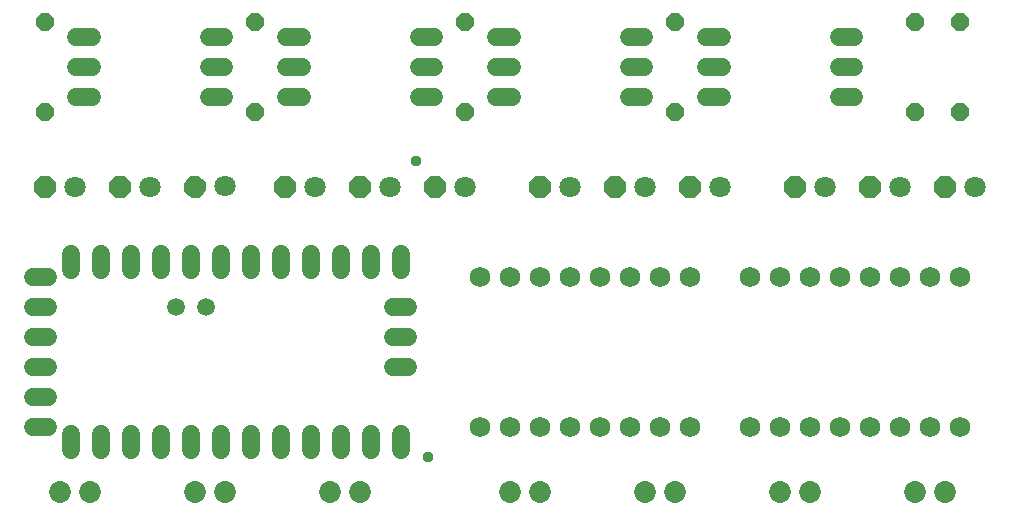
<source format=gbs>
G04 EAGLE Gerber RS-274X export*
G75*
%MOMM*%
%FSLAX34Y34*%
%LPD*%
%INBottom Soldermask*%
%IPPOS*%
%AMOC8*
5,1,8,0,0,1.08239X$1,22.5*%
G01*
%ADD10P,1.951982X8X202.500000*%
%ADD11C,1.803400*%
%ADD12P,1.951982X8X204.400000*%
%ADD13C,1.524000*%
%ADD14P,1.649562X8X292.500000*%
%ADD15C,1.511200*%
%ADD16C,1.511200*%
%ADD17C,1.727200*%
%ADD18P,1.649562X8X112.500000*%
%ADD19C,1.853200*%
%ADD20C,0.959600*%


D10*
X-139700Y-139700D03*
D11*
X-114300Y-139700D03*
D10*
X0Y-139700D03*
D11*
X25400Y-139700D03*
D10*
X215900Y-139700D03*
D11*
X241300Y-139700D03*
D10*
X431800Y-139700D03*
D11*
X457200Y-139700D03*
D10*
X63500Y-139700D03*
D11*
X88900Y-139700D03*
D10*
X279400Y-139700D03*
D11*
X304800Y-139700D03*
D10*
X495300Y-139700D03*
D11*
X520700Y-139700D03*
D12*
X-76193Y-140121D03*
D11*
X-50807Y-139279D03*
D10*
X127000Y-139700D03*
D11*
X152400Y-139700D03*
D10*
X342900Y-139700D03*
D11*
X368300Y-139700D03*
D10*
X558800Y-139700D03*
D11*
X584200Y-139700D03*
D10*
X-203200Y-139700D03*
D11*
X-177800Y-139700D03*
D13*
X-177154Y-63500D02*
X-163946Y-63500D01*
X-163946Y-38100D02*
X-177154Y-38100D01*
X-64654Y-38100D02*
X-51446Y-38100D01*
X-51446Y-63500D02*
X-64654Y-63500D01*
X-163946Y-12700D02*
X-177154Y-12700D01*
X-64654Y-12700D02*
X-51446Y-12700D01*
X646Y-63500D02*
X13854Y-63500D01*
X13854Y-38100D02*
X646Y-38100D01*
X113146Y-38100D02*
X126354Y-38100D01*
X126354Y-63500D02*
X113146Y-63500D01*
X13854Y-12700D02*
X646Y-12700D01*
X113146Y-12700D02*
X126354Y-12700D01*
X178446Y-63500D02*
X191654Y-63500D01*
X191654Y-38100D02*
X178446Y-38100D01*
X290946Y-38100D02*
X304154Y-38100D01*
X304154Y-63500D02*
X290946Y-63500D01*
X191654Y-12700D02*
X178446Y-12700D01*
X290946Y-12700D02*
X304154Y-12700D01*
X356246Y-63500D02*
X369454Y-63500D01*
X369454Y-38100D02*
X356246Y-38100D01*
X468746Y-38100D02*
X481954Y-38100D01*
X481954Y-63500D02*
X468746Y-63500D01*
X369454Y-12700D02*
X356246Y-12700D01*
X468746Y-12700D02*
X481954Y-12700D01*
D14*
X-203200Y0D03*
X-203200Y-76200D03*
X-25400Y0D03*
X-25400Y-76200D03*
X152400Y0D03*
X152400Y-76200D03*
X330200Y0D03*
X330200Y-76200D03*
D15*
X-200470Y-342900D02*
X-213550Y-342900D01*
X-213550Y-317500D02*
X-200470Y-317500D01*
X-200470Y-292100D02*
X-213550Y-292100D01*
X-213550Y-266700D02*
X-200470Y-266700D01*
X-200470Y-241300D02*
X-213550Y-241300D01*
X-213550Y-215900D02*
X-200470Y-215900D01*
X-181610Y-349060D02*
X-181610Y-362140D01*
X-156210Y-362140D02*
X-156210Y-349060D01*
X-130810Y-349060D02*
X-130810Y-362140D01*
X-105410Y-362140D02*
X-105410Y-349060D01*
X-80010Y-349060D02*
X-80010Y-362140D01*
X-54610Y-362140D02*
X-54610Y-349060D01*
X-29210Y-349060D02*
X-29210Y-362140D01*
X-3810Y-362140D02*
X-3810Y-349060D01*
X21590Y-349060D02*
X21590Y-362140D01*
X46990Y-362140D02*
X46990Y-349060D01*
X72390Y-349060D02*
X72390Y-362140D01*
X97790Y-362140D02*
X97790Y-349060D01*
X-181610Y-209740D02*
X-181610Y-196660D01*
X-156210Y-196660D02*
X-156210Y-209740D01*
X-130810Y-209740D02*
X-130810Y-196660D01*
X-105410Y-196660D02*
X-105410Y-209740D01*
X-80010Y-209740D02*
X-80010Y-196660D01*
X-54610Y-196660D02*
X-54610Y-209740D01*
X-29210Y-209740D02*
X-29210Y-196660D01*
X-3810Y-196660D02*
X-3810Y-209740D01*
X21590Y-209740D02*
X21590Y-196660D01*
X46990Y-196660D02*
X46990Y-209740D01*
X72390Y-209740D02*
X72390Y-196660D01*
X97790Y-196660D02*
X97790Y-209740D01*
X91250Y-241300D02*
X104330Y-241300D01*
X104330Y-266700D02*
X91250Y-266700D01*
X91250Y-292100D02*
X104330Y-292100D01*
D16*
X-92710Y-241300D03*
X-67310Y-241300D03*
D17*
X393700Y-342900D03*
X419100Y-342900D03*
X444500Y-342900D03*
X469900Y-342900D03*
X495300Y-342900D03*
X520700Y-342900D03*
X546100Y-342900D03*
X571500Y-342900D03*
X571500Y-215900D03*
X546100Y-215900D03*
X520700Y-215900D03*
X495300Y-215900D03*
X469900Y-215900D03*
X444500Y-215900D03*
X419100Y-215900D03*
X393700Y-215900D03*
X165100Y-342900D03*
X190500Y-342900D03*
X215900Y-342900D03*
X241300Y-342900D03*
X266700Y-342900D03*
X292100Y-342900D03*
X317500Y-342900D03*
X342900Y-342900D03*
X342900Y-215900D03*
X317500Y-215900D03*
X292100Y-215900D03*
X266700Y-215900D03*
X241300Y-215900D03*
X215900Y-215900D03*
X190500Y-215900D03*
X165100Y-215900D03*
D14*
X571500Y0D03*
X571500Y-76200D03*
D18*
X533400Y-76200D03*
X533400Y0D03*
D19*
X-76000Y-397900D03*
X-51000Y-397900D03*
X533600Y-397900D03*
X558600Y-397900D03*
X419300Y-397900D03*
X444300Y-397900D03*
X305000Y-397900D03*
X330000Y-397900D03*
X190700Y-397900D03*
X215700Y-397900D03*
X38300Y-397900D03*
X63300Y-397900D03*
X-190300Y-397900D03*
X-165300Y-397900D03*
D20*
X111125Y-117475D03*
X120650Y-368300D03*
M02*

</source>
